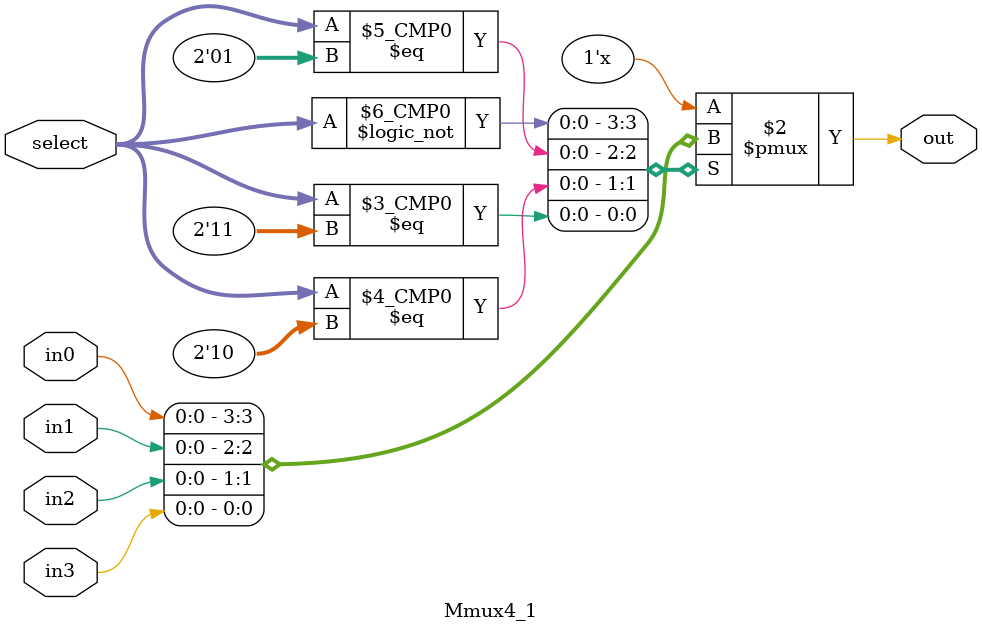
<source format=v>
module Mmux4_1 (out, in0, in1, in2, in3, select);
output out;
input in0, in1, in2, in3;
input [1:0] select;
	reg out;
	always @ (select or in0 or in1 or in2 or in3) begin
		case (select)	
			2'b00:		out = in0;
			2'b01:		out = in1;
			2'b10:		out = in2;
			2'b11:		out = in3;
			default:	out = 1'hx;
		endcase
	end
endmodule
</source>
